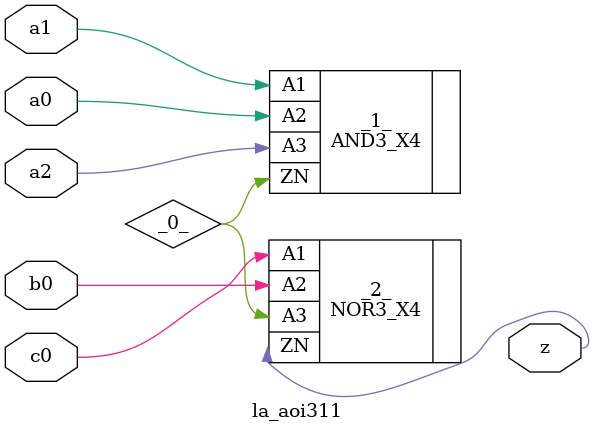
<source format=v>

/* Generated by Yosys 0.44 (git sha1 80ba43d26, g++ 11.4.0-1ubuntu1~22.04 -fPIC -O3) */

(* top =  1  *)
(* src = "generated" *)
(* keep_hierarchy *)
module la_aoi311 (
    a0,
    a1,
    a2,
    b0,
    c0,
    z
);
  wire _0_;
  (* src = "generated" *)
  input a0;
  wire a0;
  (* src = "generated" *)
  input a1;
  wire a1;
  (* src = "generated" *)
  input a2;
  wire a2;
  (* src = "generated" *)
  input b0;
  wire b0;
  (* src = "generated" *)
  input c0;
  wire c0;
  (* src = "generated" *)
  output z;
  wire z;
  AND3_X4 _1_ (
      .A1(a1),
      .A2(a0),
      .A3(a2),
      .ZN(_0_)
  );
  NOR3_X4 _2_ (
      .A1(c0),
      .A2(b0),
      .A3(_0_),
      .ZN(z)
  );
endmodule

</source>
